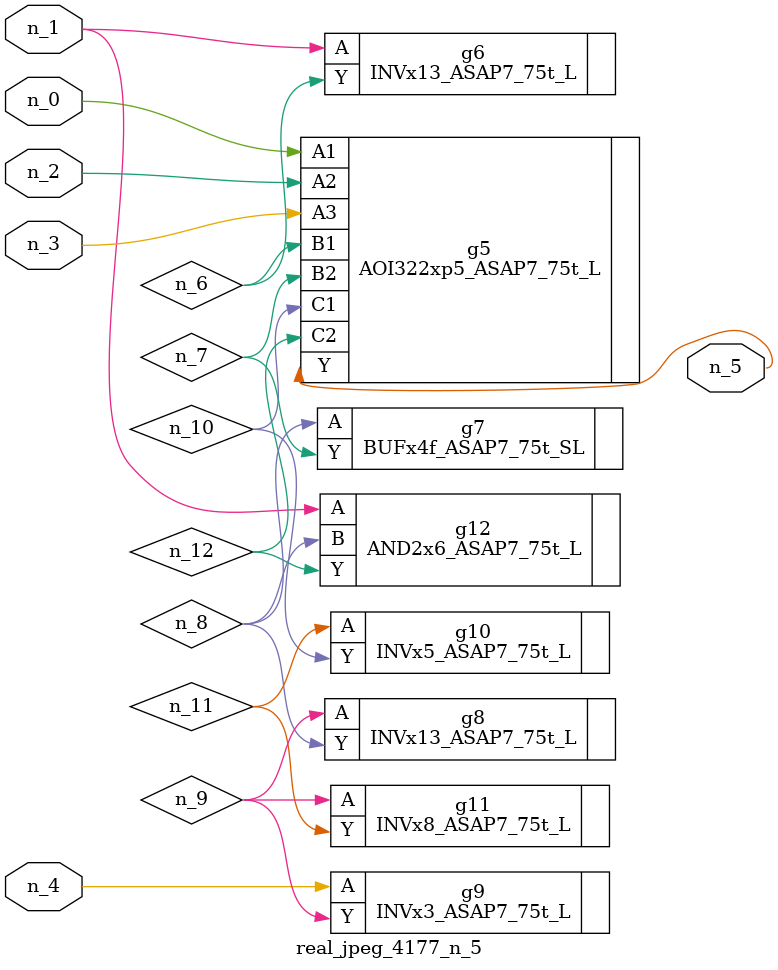
<source format=v>
module real_jpeg_4177_n_5 (n_4, n_0, n_1, n_2, n_3, n_5);

input n_4;
input n_0;
input n_1;
input n_2;
input n_3;

output n_5;

wire n_12;
wire n_8;
wire n_11;
wire n_6;
wire n_7;
wire n_10;
wire n_9;

AOI322xp5_ASAP7_75t_L g5 ( 
.A1(n_0),
.A2(n_2),
.A3(n_3),
.B1(n_6),
.B2(n_7),
.C1(n_10),
.C2(n_12),
.Y(n_5)
);

INVx13_ASAP7_75t_L g6 ( 
.A(n_1),
.Y(n_6)
);

AND2x6_ASAP7_75t_L g12 ( 
.A(n_1),
.B(n_8),
.Y(n_12)
);

INVx3_ASAP7_75t_L g9 ( 
.A(n_4),
.Y(n_9)
);

BUFx4f_ASAP7_75t_SL g7 ( 
.A(n_8),
.Y(n_7)
);

INVx13_ASAP7_75t_L g8 ( 
.A(n_9),
.Y(n_8)
);

INVx8_ASAP7_75t_L g11 ( 
.A(n_9),
.Y(n_11)
);

INVx5_ASAP7_75t_L g10 ( 
.A(n_11),
.Y(n_10)
);


endmodule
</source>
